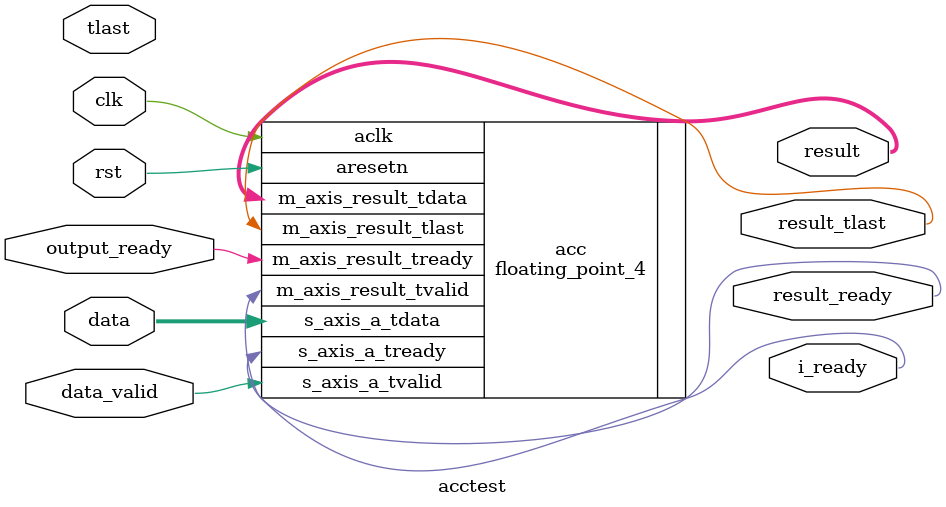
<source format=v>
`timescale 1ns / 1ps


module acctest(
    input rst,
    input clk,
    input data_valid,
    input tlast,
    input wire [31:0] data,
    output wire [31:0] result,
    input wire output_ready,
    output wire result_ready,
    output result_tlast,
    output wire i_ready
    );
    
    floating_point_4 acc(
     .aclk(clk),                                        // input wire aclk
     .aresetn(rst),
  .s_axis_a_tvalid(data_valid),                  // input wire s_axis_a_tvalid
  .s_axis_a_tdata(data),                    // input wire [31 : 0] s_axis_a_tdata
  //.s_axis_a_tlast(s_axis_a_tlast),                    // input wire s_axis_a_tlast
  //.s_axis_operation_tvalid(data_valid),  // input wire s_axis_operation_tvalid
  .s_axis_a_tready(i_ready),  // output wire s_axis_operation_tready
  //.s_axis_operation_tdata(s_axis_operation_tdata),    // input wire [7 : 0] s_axis_operation_tdata
 .m_axis_result_tvalid(result_ready),        // output wire m_axis_result_tvalid
  .m_axis_result_tready(output_ready),        // input wire m_axis_result_tready
  .m_axis_result_tdata(result),          // output wire [31 : 0] m_axis_result_tdata
  .m_axis_result_tlast(result_tlast)          // output wire m_axis_result_tlast
  );
endmodule

</source>
